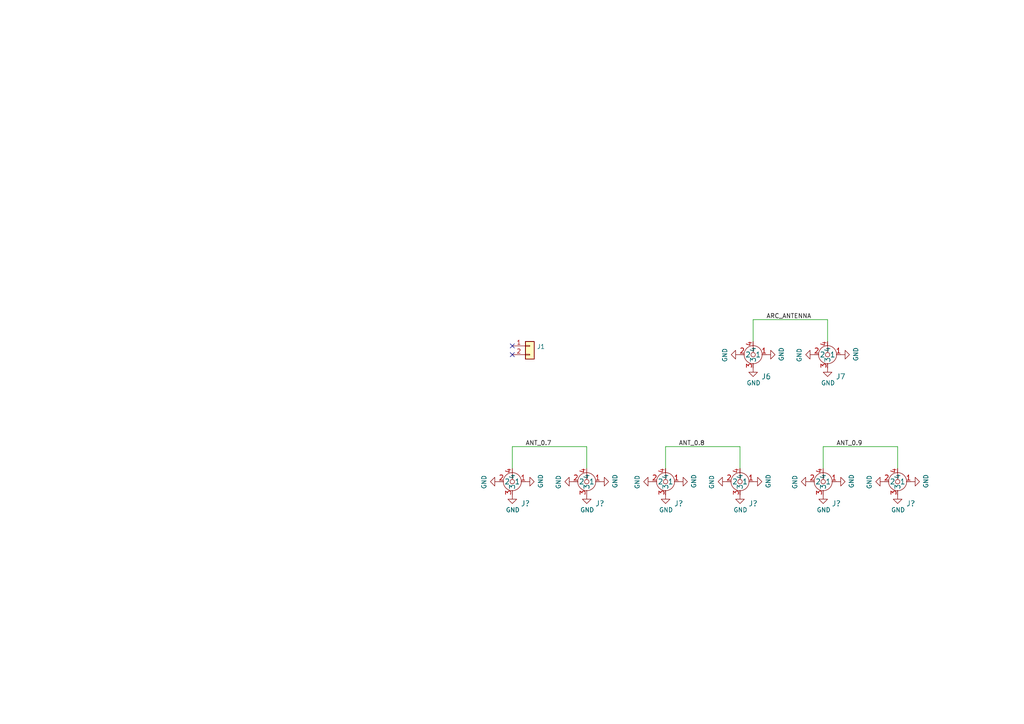
<source format=kicad_sch>
(kicad_sch (version 20211123) (generator eeschema)
  (paper "A4")
  (title_block (title "Pixels D20 Schematic, Main") (date "2021-06-23") (rev "2") (company "Systemic Games, LLC"))
  (lib_symbols
    (symbol "Connector_Generic:Conn_01x02" (pin_names (offset 1.016) hide)
      (property "Reference" "J" (at 0 2.54 0))
      (property "Value" "Conn_01x02" (at 0 -5.08 0))
      (symbol "Conn_01x02_1_1"
        (rectangle (start -1.27 -2.413) (end 0 -2.667) (stroke (width 0.1524)))
        (rectangle (start -1.27 0.127) (end 0 -0.127) (stroke (width 0.1524)))
        (rectangle (start -1.27 1.27) (end 1.27 -3.81) (stroke (width 0.254)) (fill (type background)))
        (pin passive line (at -5.08 0 0) (length 3.81) (name "Pin_1") (number "1"))
        (pin passive line (at -5.08 -2.54 0) (length 3.81) (name "Pin_2") (number "2"))
      )
    )
    (symbol "MFH3.RECE.20369.001E.01:RECE.20369.001E.01" (pin_names (offset 0.254))
      (property "Reference" "J" (at 31.75 -3.81 0))
      (property "Value" "RECE.20369.001E.01" (at 41.91 5.08 0))
      (symbol "RECE.20369.001E.01_1_1"
        (polyline (pts (xy 30.48 0) (xy 28.575 0)))
        (circle (center 27.94 0) (radius 0.635))
        (circle (center 27.94 0) (radius 2.6182))
        (pin unspecified line (at 27.94 -3.81 90) (length 1.27) (name "1") (number "1"))
        (pin unspecified line (at 27.94 3.81 270) (length 1.27) (name "2") (number "2"))
        (pin unspecified line (at 24.13 0 0) (length 1.27) (name "3") (number "3"))
        (pin unspecified line (at 31.75 0 180) (length 1.27) (name "4") (number "4"))
      )
    )
    (symbol "power:GND" (power) (pin_names (offset 0))
      (property "Value" "GND" (at 0 -3.81 0))
      (symbol "GND_0_1"
        (polyline (pts (xy 0 0) (xy 0 -1.27) (xy 1.27 -1.27) (xy 0 -2.54) (xy -1.27 -1.27) (xy 0 -1.27)))
      )
      (symbol "GND_1_1"
        (pin power_in line (at 0 0 270) (length 0) hide (name "GND") (number "1"))
      )
    )
  )
  (no_connect (at 148.59 100.33))
  (no_connect (at 148.59 102.87))
  (wire (pts (xy 238.76 129.54) (xy 260.35 129.54)))
  (wire (pts (xy 148.59 129.54) (xy 148.59 135.89)))
  (wire (pts (xy 260.35 129.54) (xy 260.35 135.89)))
  (wire (pts (xy 240.03 92.71) (xy 240.03 99.06)))
  (wire (pts (xy 148.59 129.54) (xy 170.18 129.54)))
  (wire (pts (xy 218.44 92.71) (xy 218.44 99.06)))
  (wire (pts (xy 238.76 129.54) (xy 238.76 135.89)))
  (wire (pts (xy 193.04 129.54) (xy 193.04 135.89)))
  (wire (pts (xy 218.44 92.71) (xy 240.03 92.71)))
  (wire (pts (xy 193.04 129.54) (xy 214.63 129.54)))
  (wire (pts (xy 170.18 129.54) (xy 170.18 135.89)))
  (wire (pts (xy 214.63 129.54) (xy 214.63 135.89)))
  (label "ANT_0.7" (at 152.4 129.54 0))
  (label "ARC_ANTENNA" (at 222.25 92.71 0))
  (label "ANT_0.9" (at 242.57 129.54 0))
  (label "ANT_0.8" (at 196.85 129.54 0))
  (symbol (lib_id "MFH3.RECE.20369.001E.01:RECE.20369.001E.01") (at 170.18 167.64 90) (unit 1)
    (property "Reference" "J?" (at 173.99 146.05 90) (effects (font (size 1.524 1.524))))
    (property "Value" "RECE.20369.001E.01" (effects hide))
    (property "Footprint" "RFFrontEnd:MFH3.RECE.20369.001E.01" (effects hide))
  )
  (symbol (lib_id "power:GND") (at 242.57 139.7 90) (unit 1)
    (property "Reference" "#PWR?" (effects hide))
    (property "Value" "GND" (at 246.9642 139.573 0))
  )
  (symbol (lib_id "MFH3.RECE.20369.001E.01:RECE.20369.001E.01") (at 260.35 167.64 90) (unit 1)
    (property "Reference" "J?" (at 264.16 146.05 90) (effects (font (size 1.524 1.524))))
    (property "Value" "RECE.20369.001E.01" (effects hide))
    (property "Footprint" "RFFrontEnd:MFH3.RECE.20369.001E.01" (effects hide))
  )
  (symbol (lib_id "power:GND") (at 240.03 106.68 0) (unit 1)
    (property "Reference" "#PWR064" (effects hide))
    (property "Value" "GND" (at 240.157 111.0742 0))
  )
  (symbol (lib_id "power:GND") (at 243.84 102.87 90) (unit 1)
    (property "Reference" "#PWR062" (effects hide))
    (property "Value" "GND" (at 248.2342 102.743 0))
  )
  (symbol (lib_id "power:GND") (at 222.25 102.87 90) (unit 1)
    (property "Reference" "#PWR0144" (effects hide))
    (property "Value" "GND" (at 226.6442 102.743 0))
  )
  (symbol (lib_id "MFH3.RECE.20369.001E.01:RECE.20369.001E.01") (at 240.03 130.81 90) (unit 1)
    (property "Reference" "J7" (at 243.84 109.22 90) (effects (font (size 1.524 1.524))))
    (property "Value" "RECE.20369.001E.01" (effects hide))
    (property "Footprint" "RFFrontEnd:MFH3.RECE.20369.001E.01" (effects hide))
  )
  (symbol (lib_id "power:GND") (at 256.54 139.7 270) (unit 1)
    (property "Reference" "#PWR?" (effects hide))
    (property "Value" "GND" (at 252.1458 139.827 0))
  )
  (symbol (lib_id "power:GND") (at 189.23 139.7 270) (unit 1)
    (property "Reference" "#PWR?" (effects hide))
    (property "Value" "GND" (at 184.8358 139.827 0))
  )
  (symbol (lib_id "power:GND") (at 196.85 139.7 90) (unit 1)
    (property "Reference" "#PWR?" (effects hide))
    (property "Value" "GND" (at 201.2442 139.573 0))
  )
  (symbol (lib_id "power:GND") (at 234.95 139.7 270) (unit 1)
    (property "Reference" "#PWR?" (effects hide))
    (property "Value" "GND" (at 230.5558 139.827 0))
  )
  (symbol (lib_id "power:GND") (at 218.44 106.68 0) (unit 1)
    (property "Reference" "#PWR0145" (effects hide))
    (property "Value" "GND" (at 218.567 111.0742 0))
  )
  (symbol (lib_id "power:GND") (at 173.99 139.7 90) (unit 1)
    (property "Reference" "#PWR?" (effects hide))
    (property "Value" "GND" (at 178.3842 139.573 0))
  )
  (symbol (lib_id "power:GND") (at 260.35 143.51 0) (unit 1)
    (property "Reference" "#PWR?" (effects hide))
    (property "Value" "GND" (at 260.477 147.9042 0))
  )
  (symbol (lib_id "power:GND") (at 148.59 143.51 0) (unit 1)
    (property "Reference" "#PWR?" (effects hide))
    (property "Value" "GND" (at 148.717 147.9042 0))
  )
  (symbol (lib_id "Connector_Generic:Conn_01x02") (at 153.67 100.33 0) (unit 1)
    (property "Reference" "J1" (at 155.702 100.5332 0) (effects (justify left)))
    (property "Value" "Conn_01x02" (effects hide))
    (property "Footprint" "Pixels-dice:Hongjie 10100 Connector" (effects hide))
    (property "Generic OK" "N/A" (effects hide))
  )
  (symbol (lib_id "power:GND") (at 166.37 139.7 270) (unit 1)
    (property "Reference" "#PWR?" (effects hide))
    (property "Value" "GND" (at 161.9758 139.827 0))
  )
  (symbol (lib_id "MFH3.RECE.20369.001E.01:RECE.20369.001E.01") (at 214.63 167.64 90) (unit 1)
    (property "Reference" "J?" (at 218.44 146.05 90) (effects (font (size 1.524 1.524))))
    (property "Value" "RECE.20369.001E.01" (effects hide))
    (property "Footprint" "RFFrontEnd:MFH3.RECE.20369.001E.01" (effects hide))
  )
  (symbol (lib_id "MFH3.RECE.20369.001E.01:RECE.20369.001E.01") (at 218.44 130.81 90) (unit 1)
    (property "Reference" "J6" (at 222.25 109.22 90) (effects (font (size 1.524 1.524))))
    (property "Value" "RECE.20369.001E.01" (effects hide))
    (property "Footprint" "RFFrontEnd:MFH3.RECE.20369.001E.01" (effects hide))
  )
  (symbol (lib_id "power:GND") (at 144.78 139.7 270) (unit 1)
    (property "Reference" "#PWR?" (effects hide))
    (property "Value" "GND" (at 140.3858 139.827 0))
  )
  (symbol (lib_id "power:GND") (at 214.63 143.51 0) (unit 1)
    (property "Reference" "#PWR?" (effects hide))
    (property "Value" "GND" (at 214.757 147.9042 0))
  )
  (symbol (lib_id "power:GND") (at 238.76 143.51 0) (unit 1)
    (property "Reference" "#PWR?" (effects hide))
    (property "Value" "GND" (at 238.887 147.9042 0))
  )
  (symbol (lib_id "power:GND") (at 152.4 139.7 90) (unit 1)
    (property "Reference" "#PWR?" (effects hide))
    (property "Value" "GND" (at 156.7942 139.573 0))
  )
  (symbol (lib_id "power:GND") (at 214.63 102.87 270) (unit 1)
    (property "Reference" "#PWR0146" (effects hide))
    (property "Value" "GND" (at 210.2358 102.997 0))
  )
  (symbol (lib_id "power:GND") (at 264.16 139.7 90) (unit 1)
    (property "Reference" "#PWR?" (effects hide))
    (property "Value" "GND" (at 268.5542 139.573 0))
  )
  (symbol (lib_id "MFH3.RECE.20369.001E.01:RECE.20369.001E.01") (at 238.76 167.64 90) (unit 1)
    (property "Reference" "J?" (at 242.57 146.05 90) (effects (font (size 1.524 1.524))))
    (property "Value" "RECE.20369.001E.01" (effects hide))
    (property "Footprint" "RFFrontEnd:MFH3.RECE.20369.001E.01" (effects hide))
  )
  (symbol (lib_id "power:GND") (at 236.22 102.87 270) (unit 1)
    (property "Reference" "#PWR061" (effects hide))
    (property "Value" "GND" (at 231.8258 102.997 0))
  )
  (symbol (lib_id "MFH3.RECE.20369.001E.01:RECE.20369.001E.01") (at 148.59 167.64 90) (unit 1)
    (property "Reference" "J?" (at 152.4 146.05 90) (effects (font (size 1.524 1.524))))
    (property "Value" "RECE.20369.001E.01" (effects hide))
    (property "Footprint" "RFFrontEnd:MFH3.RECE.20369.001E.01" (effects hide))
  )
  (symbol (lib_id "power:GND") (at 193.04 143.51 0) (unit 1)
    (property "Reference" "#PWR?" (effects hide))
    (property "Value" "GND" (at 193.167 147.9042 0))
  )
  (symbol (lib_id "power:GND") (at 218.44 139.7 90) (unit 1)
    (property "Reference" "#PWR?" (effects hide))
    (property "Value" "GND" (at 222.8342 139.573 0))
  )
  (symbol (lib_id "MFH3.RECE.20369.001E.01:RECE.20369.001E.01") (at 193.04 167.64 90) (unit 1)
    (property "Reference" "J?" (at 196.85 146.05 90) (effects (font (size 1.524 1.524))))
    (property "Value" "RECE.20369.001E.01" (effects hide))
    (property "Footprint" "RFFrontEnd:MFH3.RECE.20369.001E.01" (effects hide))
  )
  (symbol (lib_id "power:GND") (at 210.82 139.7 270) (unit 1)
    (property "Reference" "#PWR?" (effects hide))
    (property "Value" "GND" (at 206.4258 139.827 0))
  )
  (symbol (lib_id "power:GND") (at 170.18 143.51 0) (unit 1)
    (property "Reference" "#PWR?" (effects hide))
    (property "Value" "GND" (at 170.307 147.9042 0))
  )
)
</source>
